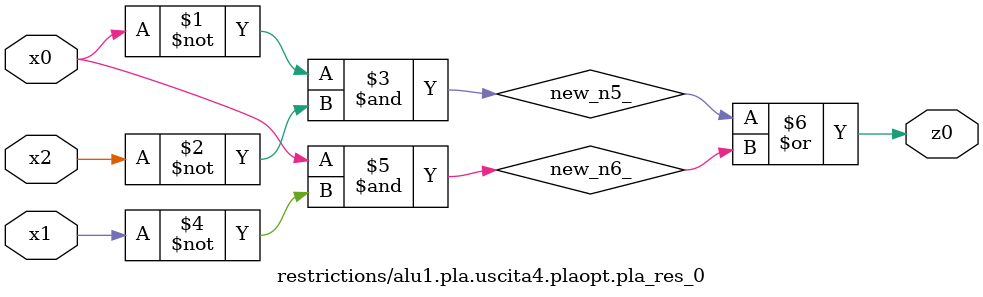
<source format=v>

module \restrictions/alu1.pla.uscita4.plaopt.pla_res_0  ( 
    x0, x1, x2,
    z0  );
  input  x0, x1, x2;
  output z0;
  wire new_n5_, new_n6_;
  assign new_n5_ = ~x0 & ~x2;
  assign new_n6_ = x0 & ~x1;
  assign z0 = new_n5_ | new_n6_;
endmodule



</source>
